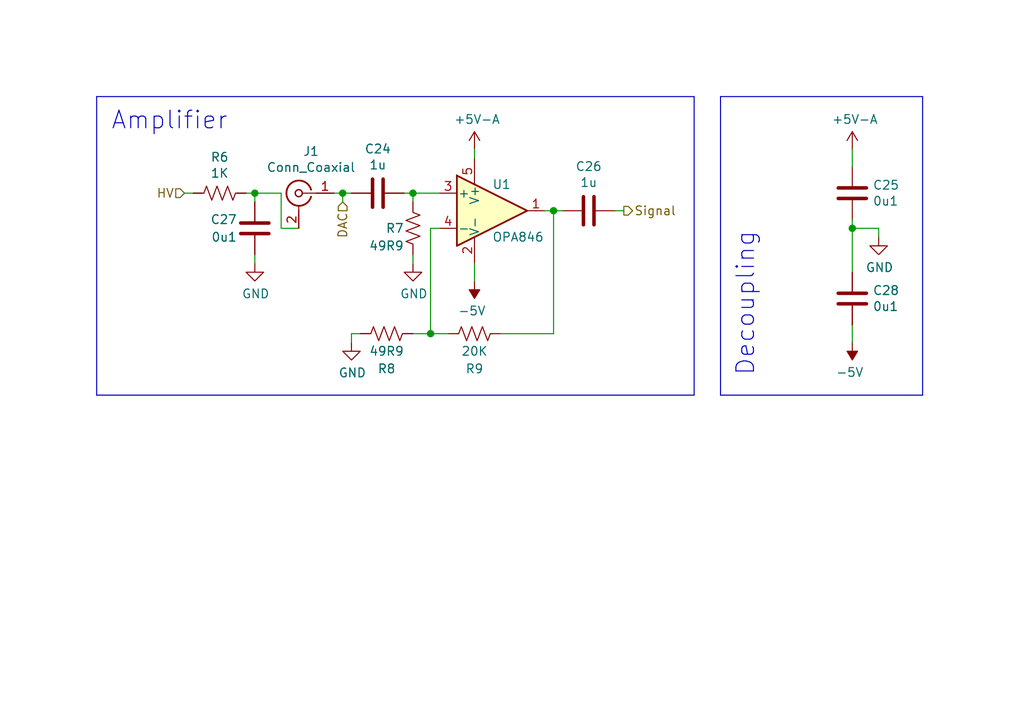
<source format=kicad_sch>
(kicad_sch
	(version 20231120)
	(generator "eeschema")
	(generator_version "8.0")
	(uuid "82f625df-8571-47cd-b2d4-9197b752ca1c")
	(paper "User" 148.006 105.004)
	(title_block
		(title "Amplifier-Subsection")
		(rev "1.2")
		(company "Georgia State University")
		(comment 1 "Sawaiz")
		(comment 2 "Nuclear Physics Group")
	)
	(lib_symbols
		(symbol "OPA84X:OPA846"
			(pin_names
				(offset 0.127)
			)
			(exclude_from_sim no)
			(in_bom yes)
			(on_board yes)
			(property "Reference" "U"
				(at 5.08 3.81 0)
				(effects
					(font
						(size 1.27 1.27)
					)
				)
			)
			(property "Value" "OPA846"
				(at 7.62 -3.81 0)
				(effects
					(font
						(size 1.27 1.27)
					)
				)
			)
			(property "Footprint" "OPA84X:SOT-23-5"
				(at 3.81 -6.35 0)
				(effects
					(font
						(size 1.27 1.27)
					)
					(justify left)
					(hide yes)
				)
			)
			(property "Datasheet" "${KIPRJMOD}/components/OPA84X/OPA846.pdf"
				(at 3.81 -8.89 0)
				(effects
					(font
						(size 1.27 1.27)
					)
					(justify left)
					(hide yes)
				)
			)
			(property "Description" ""
				(at 0 0 0)
				(effects
					(font
						(size 1.27 1.27)
					)
					(hide yes)
				)
			)
			(property "ki_fp_filters" "SOT-23-5"
				(at 0 0 0)
				(effects
					(font
						(size 1.27 1.27)
					)
					(hide yes)
				)
			)
			(symbol "OPA846_1_1"
				(polyline
					(pts
						(xy -2.54 5.08) (xy 7.62 0) (xy -2.54 -5.08) (xy -2.54 5.08)
					)
					(stroke
						(width 0.254)
						(type default)
					)
					(fill
						(type background)
					)
				)
				(pin output line
					(at 10.16 0 180)
					(length 2.54)
					(name "~"
						(effects
							(font
								(size 1.27 1.27)
							)
						)
					)
					(number "1"
						(effects
							(font
								(size 1.27 1.27)
							)
						)
					)
				)
				(pin power_in line
					(at 0 -7.62 90)
					(length 3.81)
					(name "V-"
						(effects
							(font
								(size 1.27 1.27)
							)
						)
					)
					(number "2"
						(effects
							(font
								(size 1.27 1.27)
							)
						)
					)
				)
				(pin input line
					(at -5.08 2.54 0)
					(length 2.54)
					(name "+"
						(effects
							(font
								(size 1.27 1.27)
							)
						)
					)
					(number "3"
						(effects
							(font
								(size 1.27 1.27)
							)
						)
					)
				)
				(pin input line
					(at -5.08 -2.54 0)
					(length 2.54)
					(name "-"
						(effects
							(font
								(size 1.27 1.27)
							)
						)
					)
					(number "4"
						(effects
							(font
								(size 1.27 1.27)
							)
						)
					)
				)
				(pin power_in line
					(at 0 7.62 270)
					(length 3.81)
					(name "V+"
						(effects
							(font
								(size 1.27 1.27)
							)
						)
					)
					(number "5"
						(effects
							(font
								(size 1.27 1.27)
							)
						)
					)
				)
			)
		)
		(symbol "U.FL:U.FL"
			(pin_names hide)
			(exclude_from_sim no)
			(in_bom yes)
			(on_board yes)
			(property "Reference" "J"
				(at 2.286 1.016 0)
				(effects
					(font
						(size 1.27 1.27)
					)
					(justify left)
				)
			)
			(property "Value" "U.FL"
				(at 2.286 -1.016 0)
				(effects
					(font
						(size 1.27 1.27)
					)
					(justify left)
				)
			)
			(property "Footprint" "U.FL:U.FL"
				(at 0 6.35 0)
				(effects
					(font
						(size 1.27 1.27)
					)
					(hide yes)
				)
			)
			(property "Datasheet" "${KIPRJMOD}/components/U.FL/U.FL.pdf"
				(at 0 3.81 0)
				(effects
					(font
						(size 1.27 1.27)
					)
					(hide yes)
				)
			)
			(property "Description" ""
				(at 0 0 0)
				(effects
					(font
						(size 1.27 1.27)
					)
					(hide yes)
				)
			)
			(symbol "U.FL_0_1"
				(arc
					(start -1.778 -0.508)
					(mid 0.2311 -1.8066)
					(end 1.778 0)
					(stroke
						(width 0.254)
						(type default)
					)
					(fill
						(type none)
					)
				)
				(polyline
					(pts
						(xy -2.54 0) (xy -0.508 0)
					)
					(stroke
						(width 0)
						(type default)
					)
					(fill
						(type none)
					)
				)
				(polyline
					(pts
						(xy 0 -2.54) (xy 0 -1.778)
					)
					(stroke
						(width 0)
						(type default)
					)
					(fill
						(type none)
					)
				)
				(circle
					(center 0 0)
					(radius 0.508)
					(stroke
						(width 0.2032)
						(type default)
					)
					(fill
						(type none)
					)
				)
				(arc
					(start 1.778 0)
					(mid 0.2099 1.8101)
					(end -1.778 0.508)
					(stroke
						(width 0.254)
						(type default)
					)
					(fill
						(type none)
					)
				)
			)
			(symbol "U.FL_1_1"
				(pin passive line
					(at -5.08 0 0)
					(length 2.54)
					(name "In"
						(effects
							(font
								(size 1.27 1.27)
							)
						)
					)
					(number "1"
						(effects
							(font
								(size 1.27 1.27)
							)
						)
					)
				)
				(pin passive line
					(at 0 -5.08 90)
					(length 2.54)
					(name "Ext"
						(effects
							(font
								(size 1.27 1.27)
							)
						)
					)
					(number "2"
						(effects
							(font
								(size 1.27 1.27)
							)
						)
					)
				)
			)
		)
		(symbol "mppcInterface-rescue:GND-power"
			(power)
			(pin_names
				(offset 0)
			)
			(exclude_from_sim no)
			(in_bom yes)
			(on_board yes)
			(property "Reference" "#PWR"
				(at 0 -6.35 0)
				(effects
					(font
						(size 1.27 1.27)
					)
					(hide yes)
				)
			)
			(property "Value" "GND-power"
				(at 0 -3.81 0)
				(effects
					(font
						(size 1.27 1.27)
					)
				)
			)
			(property "Footprint" ""
				(at 0 0 0)
				(effects
					(font
						(size 1.27 1.27)
					)
					(hide yes)
				)
			)
			(property "Datasheet" ""
				(at 0 0 0)
				(effects
					(font
						(size 1.27 1.27)
					)
					(hide yes)
				)
			)
			(property "Description" ""
				(at 0 0 0)
				(effects
					(font
						(size 1.27 1.27)
					)
					(hide yes)
				)
			)
			(symbol "GND-power_0_1"
				(polyline
					(pts
						(xy 0 0) (xy 0 -1.27) (xy 1.27 -1.27) (xy 0 -2.54) (xy -1.27 -1.27) (xy 0 -1.27)
					)
					(stroke
						(width 0)
						(type default)
					)
					(fill
						(type none)
					)
				)
			)
			(symbol "GND-power_1_1"
				(pin power_in line
					(at 0 0 270)
					(length 0) hide
					(name "GND"
						(effects
							(font
								(size 1.27 1.27)
							)
						)
					)
					(number "1"
						(effects
							(font
								(size 1.27 1.27)
							)
						)
					)
				)
			)
		)
		(symbol "nets:+5V-A"
			(power)
			(pin_names
				(offset 0)
			)
			(exclude_from_sim no)
			(in_bom yes)
			(on_board yes)
			(property "Reference" "#PWR"
				(at 0 -3.81 0)
				(effects
					(font
						(size 1.27 1.27)
					)
					(hide yes)
				)
			)
			(property "Value" "+5V-A"
				(at 0 3.556 0)
				(effects
					(font
						(size 1.27 1.27)
					)
				)
			)
			(property "Footprint" ""
				(at 0 0 0)
				(effects
					(font
						(size 1.27 1.27)
					)
					(hide yes)
				)
			)
			(property "Datasheet" ""
				(at 0 0 0)
				(effects
					(font
						(size 1.27 1.27)
					)
					(hide yes)
				)
			)
			(property "Description" ""
				(at 0 0 0)
				(effects
					(font
						(size 1.27 1.27)
					)
					(hide yes)
				)
			)
			(symbol "+5V-A_0_1"
				(polyline
					(pts
						(xy -0.762 1.27) (xy 0 2.54)
					)
					(stroke
						(width 0)
						(type default)
					)
					(fill
						(type none)
					)
				)
				(polyline
					(pts
						(xy 0 0) (xy 0 2.54)
					)
					(stroke
						(width 0)
						(type default)
					)
					(fill
						(type none)
					)
				)
				(polyline
					(pts
						(xy 0 2.54) (xy 0.762 1.27)
					)
					(stroke
						(width 0)
						(type default)
					)
					(fill
						(type none)
					)
				)
			)
			(symbol "+5V-A_1_1"
				(pin power_in line
					(at 0 0 90)
					(length 0) hide
					(name "+5V-A"
						(effects
							(font
								(size 1.27 1.27)
							)
						)
					)
					(number "1"
						(effects
							(font
								(size 1.27 1.27)
							)
						)
					)
				)
			)
		)
		(symbol "nets:+5V-A_1"
			(power)
			(pin_names
				(offset 0)
			)
			(exclude_from_sim no)
			(in_bom yes)
			(on_board yes)
			(property "Reference" "#PWR"
				(at 0 -3.81 0)
				(effects
					(font
						(size 1.27 1.27)
					)
					(hide yes)
				)
			)
			(property "Value" "+5V-A"
				(at 0 3.556 0)
				(effects
					(font
						(size 1.27 1.27)
					)
				)
			)
			(property "Footprint" ""
				(at 0 0 0)
				(effects
					(font
						(size 1.27 1.27)
					)
					(hide yes)
				)
			)
			(property "Datasheet" ""
				(at 0 0 0)
				(effects
					(font
						(size 1.27 1.27)
					)
					(hide yes)
				)
			)
			(property "Description" ""
				(at 0 0 0)
				(effects
					(font
						(size 1.27 1.27)
					)
					(hide yes)
				)
			)
			(symbol "+5V-A_1_0_1"
				(polyline
					(pts
						(xy -0.762 1.27) (xy 0 2.54)
					)
					(stroke
						(width 0)
						(type default)
					)
					(fill
						(type none)
					)
				)
				(polyline
					(pts
						(xy 0 0) (xy 0 2.54)
					)
					(stroke
						(width 0)
						(type default)
					)
					(fill
						(type none)
					)
				)
				(polyline
					(pts
						(xy 0 2.54) (xy 0.762 1.27)
					)
					(stroke
						(width 0)
						(type default)
					)
					(fill
						(type none)
					)
				)
			)
			(symbol "+5V-A_1_1_1"
				(pin power_in line
					(at 0 0 90)
					(length 0) hide
					(name "+5V-A"
						(effects
							(font
								(size 1.27 1.27)
							)
						)
					)
					(number "1"
						(effects
							(font
								(size 1.27 1.27)
							)
						)
					)
				)
			)
		)
		(symbol "nets:-5V"
			(power)
			(pin_names
				(offset 0)
			)
			(exclude_from_sim no)
			(in_bom yes)
			(on_board yes)
			(property "Reference" "#PWR"
				(at 0 2.54 0)
				(effects
					(font
						(size 1.27 1.27)
					)
					(hide yes)
				)
			)
			(property "Value" "-5V"
				(at 0 3.81 0)
				(effects
					(font
						(size 1.27 1.27)
					)
				)
			)
			(property "Footprint" ""
				(at 0 0 0)
				(effects
					(font
						(size 1.27 1.27)
					)
					(hide yes)
				)
			)
			(property "Datasheet" ""
				(at 0 0 0)
				(effects
					(font
						(size 1.27 1.27)
					)
					(hide yes)
				)
			)
			(property "Description" ""
				(at 0 0 0)
				(effects
					(font
						(size 1.27 1.27)
					)
					(hide yes)
				)
			)
			(symbol "-5V_0_0"
				(pin power_in line
					(at 0 0 90)
					(length 0) hide
					(name "-5V"
						(effects
							(font
								(size 1.27 1.27)
							)
						)
					)
					(number "1"
						(effects
							(font
								(size 1.27 1.27)
							)
						)
					)
				)
			)
			(symbol "-5V_0_1"
				(polyline
					(pts
						(xy 0 0) (xy 0 1.27) (xy 0.762 1.27) (xy 0 2.54) (xy -0.762 1.27) (xy 0 1.27)
					)
					(stroke
						(width 0)
						(type default)
					)
					(fill
						(type outline)
					)
				)
			)
		)
		(symbol "nets:GND"
			(power)
			(pin_names
				(offset 0)
			)
			(exclude_from_sim no)
			(in_bom yes)
			(on_board yes)
			(property "Reference" "#PWR"
				(at 0 -6.35 0)
				(effects
					(font
						(size 1.27 1.27)
					)
					(hide yes)
				)
			)
			(property "Value" "GND"
				(at 0 -3.81 0)
				(effects
					(font
						(size 1.27 1.27)
					)
				)
			)
			(property "Footprint" ""
				(at 0 0 0)
				(effects
					(font
						(size 1.27 1.27)
					)
					(hide yes)
				)
			)
			(property "Datasheet" ""
				(at 0 0 0)
				(effects
					(font
						(size 1.27 1.27)
					)
					(hide yes)
				)
			)
			(property "Description" ""
				(at 0 0 0)
				(effects
					(font
						(size 1.27 1.27)
					)
					(hide yes)
				)
			)
			(symbol "GND_0_1"
				(polyline
					(pts
						(xy 0 0) (xy 0 -1.27) (xy 1.27 -1.27) (xy 0 -2.54) (xy -1.27 -1.27) (xy 0 -1.27)
					)
					(stroke
						(width 0)
						(type default)
					)
					(fill
						(type none)
					)
				)
			)
			(symbol "GND_1_1"
				(pin power_in line
					(at 0 0 270)
					(length 0) hide
					(name "GND"
						(effects
							(font
								(size 1.27 1.27)
							)
						)
					)
					(number "1"
						(effects
							(font
								(size 1.27 1.27)
							)
						)
					)
				)
			)
		)
		(symbol "passives:C-0402"
			(pin_numbers hide)
			(pin_names
				(offset 0.254)
			)
			(exclude_from_sim no)
			(in_bom yes)
			(on_board yes)
			(property "Reference" "C"
				(at 0.635 2.54 0)
				(effects
					(font
						(size 1.27 1.27)
					)
					(justify left)
				)
			)
			(property "Value" "C-0402"
				(at 0.635 -2.54 0)
				(effects
					(font
						(size 1.27 1.27)
					)
					(justify left)
				)
			)
			(property "Footprint" "passives:C-0402"
				(at -3.81 0 90)
				(effects
					(font
						(size 1.27 1.27)
					)
					(hide yes)
				)
			)
			(property "Datasheet" "~"
				(at 0 0 0)
				(effects
					(font
						(size 1.27 1.27)
					)
					(hide yes)
				)
			)
			(property "Description" "Unpolarized capacitor"
				(at 0 0 0)
				(effects
					(font
						(size 1.27 1.27)
					)
					(hide yes)
				)
			)
			(property "ki_keywords" "cap capacitor"
				(at 0 0 0)
				(effects
					(font
						(size 1.27 1.27)
					)
					(hide yes)
				)
			)
			(property "ki_fp_filters" "C_*"
				(at 0 0 0)
				(effects
					(font
						(size 1.27 1.27)
					)
					(hide yes)
				)
			)
			(symbol "C-0402_0_1"
				(polyline
					(pts
						(xy -2.032 -0.762) (xy 2.032 -0.762)
					)
					(stroke
						(width 0.508)
						(type default)
					)
					(fill
						(type none)
					)
				)
				(polyline
					(pts
						(xy -2.032 0.762) (xy 2.032 0.762)
					)
					(stroke
						(width 0.508)
						(type default)
					)
					(fill
						(type none)
					)
				)
			)
			(symbol "C-0402_1_1"
				(pin passive line
					(at 0 3.81 270)
					(length 2.794)
					(name "~"
						(effects
							(font
								(size 1.27 1.27)
							)
						)
					)
					(number "1"
						(effects
							(font
								(size 1.27 1.27)
							)
						)
					)
				)
				(pin passive line
					(at 0 -3.81 90)
					(length 2.794)
					(name "~"
						(effects
							(font
								(size 1.27 1.27)
							)
						)
					)
					(number "2"
						(effects
							(font
								(size 1.27 1.27)
							)
						)
					)
				)
			)
		)
		(symbol "passives:R-0402"
			(pin_numbers hide)
			(pin_names
				(offset 0)
			)
			(exclude_from_sim no)
			(in_bom yes)
			(on_board yes)
			(property "Reference" "R"
				(at 2.54 0 90)
				(effects
					(font
						(size 1.27 1.27)
					)
				)
			)
			(property "Value" "R-0402"
				(at -2.54 0 90)
				(effects
					(font
						(size 1.27 1.27)
					)
				)
			)
			(property "Footprint" "passives:R-0402"
				(at -5.08 0 90)
				(effects
					(font
						(size 1.27 1.27)
					)
					(hide yes)
				)
			)
			(property "Datasheet" "~"
				(at 0 0 0)
				(effects
					(font
						(size 1.27 1.27)
					)
					(hide yes)
				)
			)
			(property "Description" "Resistor, US symbol"
				(at 0 0 0)
				(effects
					(font
						(size 1.27 1.27)
					)
					(hide yes)
				)
			)
			(property "ki_keywords" "R res resistor"
				(at 0 0 0)
				(effects
					(font
						(size 1.27 1.27)
					)
					(hide yes)
				)
			)
			(symbol "R-0402_0_1"
				(polyline
					(pts
						(xy 0 -2.286) (xy 0 -2.54)
					)
					(stroke
						(width 0)
						(type default)
					)
					(fill
						(type none)
					)
				)
				(polyline
					(pts
						(xy 0 2.286) (xy 0 2.54)
					)
					(stroke
						(width 0)
						(type default)
					)
					(fill
						(type none)
					)
				)
				(polyline
					(pts
						(xy 0 -0.762) (xy 1.016 -1.143) (xy 0 -1.524) (xy -1.016 -1.905) (xy 0 -2.286)
					)
					(stroke
						(width 0)
						(type default)
					)
					(fill
						(type none)
					)
				)
				(polyline
					(pts
						(xy 0 0.762) (xy 1.016 0.381) (xy 0 0) (xy -1.016 -0.381) (xy 0 -0.762)
					)
					(stroke
						(width 0)
						(type default)
					)
					(fill
						(type none)
					)
				)
				(polyline
					(pts
						(xy 0 2.286) (xy 1.016 1.905) (xy 0 1.524) (xy -1.016 1.143) (xy 0 0.762)
					)
					(stroke
						(width 0)
						(type default)
					)
					(fill
						(type none)
					)
				)
			)
			(symbol "R-0402_1_1"
				(pin passive line
					(at 0 3.81 270)
					(length 1.27)
					(name "~"
						(effects
							(font
								(size 1.27 1.27)
							)
						)
					)
					(number "1"
						(effects
							(font
								(size 1.27 1.27)
							)
						)
					)
				)
				(pin passive line
					(at 0 -3.81 90)
					(length 1.27)
					(name "~"
						(effects
							(font
								(size 1.27 1.27)
							)
						)
					)
					(number "2"
						(effects
							(font
								(size 1.27 1.27)
							)
						)
					)
				)
			)
		)
	)
	(junction
		(at 59.69 27.94)
		(diameter 0)
		(color 0 0 0 0)
		(uuid "066bf226-ae80-412f-a428-6808cb210f49")
	)
	(junction
		(at 123.19 33.02)
		(diameter 0)
		(color 0 0 0 0)
		(uuid "40746e86-0399-4417-bb33-10807336e7f8")
	)
	(junction
		(at 62.23 48.26)
		(diameter 0)
		(color 0 0 0 0)
		(uuid "6a488de9-ef5f-49c9-a59c-2d2f121e4911")
	)
	(junction
		(at 36.83 27.94)
		(diameter 0)
		(color 0 0 0 0)
		(uuid "6f5173a5-75fa-477f-90e2-92006a0fe897")
	)
	(junction
		(at 49.53 27.94)
		(diameter 0)
		(color 0 0 0 0)
		(uuid "acb3f49f-1a20-46d8-9dfa-d109dc06f70a")
	)
	(junction
		(at 80.01 30.48)
		(diameter 0)
		(color 0 0 0 0)
		(uuid "f5135547-7337-4d17-a406-6295cbe04697")
	)
	(wire
		(pts
			(xy 59.69 38.1) (xy 59.69 36.83)
		)
		(stroke
			(width 0)
			(type solid)
		)
		(uuid "03915067-3bf6-4d40-9349-ec724d403d7f")
	)
	(wire
		(pts
			(xy 68.58 22.86) (xy 68.58 21.59)
		)
		(stroke
			(width 0)
			(type solid)
		)
		(uuid "0bbfce60-e9be-4c5d-9ba5-1eb1bbd0080b")
	)
	(wire
		(pts
			(xy 127 34.29) (xy 127 33.02)
		)
		(stroke
			(width 0)
			(type solid)
		)
		(uuid "1f5a0c7a-fb3d-42c8-ad1c-c607403e2f0e")
	)
	(wire
		(pts
			(xy 59.69 27.94) (xy 63.5 27.94)
		)
		(stroke
			(width 0)
			(type solid)
		)
		(uuid "23248fb5-9e3b-4252-9afe-033a340a9956")
	)
	(wire
		(pts
			(xy 59.69 27.94) (xy 58.42 27.94)
		)
		(stroke
			(width 0)
			(type solid)
		)
		(uuid "2347ad14-acf5-448e-a772-df3ef6617d91")
	)
	(wire
		(pts
			(xy 127 33.02) (xy 123.19 33.02)
		)
		(stroke
			(width 0)
			(type solid)
		)
		(uuid "288403ad-aa77-4c91-8723-f2e4a834e4f8")
	)
	(wire
		(pts
			(xy 50.8 49.53) (xy 50.8 48.26)
		)
		(stroke
			(width 0)
			(type solid)
		)
		(uuid "32729b73-aaca-4579-9875-1b04153ce227")
	)
	(wire
		(pts
			(xy 123.19 33.02) (xy 123.19 31.75)
		)
		(stroke
			(width 0)
			(type solid)
		)
		(uuid "463462d8-dfce-411a-ae5c-a7a46863507b")
	)
	(polyline
		(pts
			(xy 133.35 57.15) (xy 104.14 57.15)
		)
		(stroke
			(width 0)
			(type solid)
		)
		(uuid "56fa1bd5-2622-4ffc-9ad8-fa2959c15d4b")
	)
	(wire
		(pts
			(xy 36.83 29.21) (xy 36.83 27.94)
		)
		(stroke
			(width 0)
			(type solid)
		)
		(uuid "58cab247-6644-4690-9ece-d3aa8bba7a35")
	)
	(wire
		(pts
			(xy 50.8 48.26) (xy 52.07 48.26)
		)
		(stroke
			(width 0)
			(type solid)
		)
		(uuid "63c0fc69-be7c-4e6f-990d-f4dc2b46eb82")
	)
	(polyline
		(pts
			(xy 100.33 57.15) (xy 100.33 13.97)
		)
		(stroke
			(width 0)
			(type solid)
		)
		(uuid "63f76dde-3409-49f9-9e86-ffe5016e8105")
	)
	(wire
		(pts
			(xy 80.01 30.48) (xy 78.74 30.48)
		)
		(stroke
			(width 0)
			(type solid)
		)
		(uuid "64d1630a-1a31-492c-909e-e6b8f6049bab")
	)
	(wire
		(pts
			(xy 40.64 33.02) (xy 40.64 27.94)
		)
		(stroke
			(width 0)
			(type solid)
		)
		(uuid "6a9dbd39-cda4-4798-bed1-d1b53da8596f")
	)
	(polyline
		(pts
			(xy 100.33 13.97) (xy 13.97 13.97)
		)
		(stroke
			(width 0)
			(type solid)
		)
		(uuid "77550e84-91ba-450d-9b25-459a9eea0d44")
	)
	(wire
		(pts
			(xy 80.01 48.26) (xy 80.01 30.48)
		)
		(stroke
			(width 0)
			(type solid)
		)
		(uuid "78159293-2781-47f7-9698-5c159ac2455f")
	)
	(wire
		(pts
			(xy 68.58 38.1) (xy 68.58 40.64)
		)
		(stroke
			(width 0)
			(type solid)
		)
		(uuid "7a188c9a-847d-4a76-8ba6-17648693a21d")
	)
	(polyline
		(pts
			(xy 133.35 13.97) (xy 133.35 57.15)
		)
		(stroke
			(width 0)
			(type solid)
		)
		(uuid "7a44133e-819c-4183-900d-d1312e4405eb")
	)
	(wire
		(pts
			(xy 81.28 30.48) (xy 80.01 30.48)
		)
		(stroke
			(width 0)
			(type solid)
		)
		(uuid "7cafd149-0c17-4517-977c-05c2b6ca85b0")
	)
	(polyline
		(pts
			(xy 13.97 13.97) (xy 13.97 57.15)
		)
		(stroke
			(width 0)
			(type solid)
		)
		(uuid "885e9332-607d-42d0-af33-65a873e1c72a")
	)
	(wire
		(pts
			(xy 59.69 29.21) (xy 59.69 27.94)
		)
		(stroke
			(width 0)
			(type solid)
		)
		(uuid "8ca86083-251e-4088-bcb1-e17140246986")
	)
	(wire
		(pts
			(xy 123.19 33.02) (xy 123.19 39.37)
		)
		(stroke
			(width 0)
			(type solid)
		)
		(uuid "9843e672-1209-4c42-a689-99bd0c7760ea")
	)
	(wire
		(pts
			(xy 123.19 46.99) (xy 123.19 49.53)
		)
		(stroke
			(width 0)
			(type solid)
		)
		(uuid "9ba2c5a5-1eb1-46f7-87b5-5eacba39549f")
	)
	(wire
		(pts
			(xy 49.53 27.94) (xy 50.8 27.94)
		)
		(stroke
			(width 0)
			(type solid)
		)
		(uuid "a145f945-8c42-4984-9e42-2628a17468ed")
	)
	(wire
		(pts
			(xy 59.69 48.26) (xy 62.23 48.26)
		)
		(stroke
			(width 0)
			(type solid)
		)
		(uuid "a2daf0c9-0225-44f3-93ae-85aed49e3884")
	)
	(wire
		(pts
			(xy 36.83 38.1) (xy 36.83 36.83)
		)
		(stroke
			(width 0)
			(type solid)
		)
		(uuid "a7a5b82f-cc8d-4966-bb4b-2ae7b586649e")
	)
	(wire
		(pts
			(xy 88.9 30.48) (xy 90.17 30.48)
		)
		(stroke
			(width 0)
			(type solid)
		)
		(uuid "ad9829b4-1de1-45ce-a8fa-65f70e380b61")
	)
	(wire
		(pts
			(xy 36.83 27.94) (xy 35.56 27.94)
		)
		(stroke
			(width 0)
			(type solid)
		)
		(uuid "b6c0b626-58a8-4b0d-a07a-573be84953fc")
	)
	(polyline
		(pts
			(xy 104.14 57.15) (xy 104.14 13.97)
		)
		(stroke
			(width 0)
			(type solid)
		)
		(uuid "ba2dc12b-4e37-44be-a862-4b7b78cde853")
	)
	(wire
		(pts
			(xy 40.64 27.94) (xy 36.83 27.94)
		)
		(stroke
			(width 0)
			(type solid)
		)
		(uuid "bdaf9940-19ad-449a-93b7-0c3b28fa0561")
	)
	(wire
		(pts
			(xy 49.53 27.94) (xy 48.26 27.94)
		)
		(stroke
			(width 0)
			(type solid)
		)
		(uuid "bddda7e2-5053-40dd-920f-b589712084ad")
	)
	(polyline
		(pts
			(xy 104.14 13.97) (xy 133.35 13.97)
		)
		(stroke
			(width 0)
			(type solid)
		)
		(uuid "ce346757-c6c6-4594-8d48-e16fdb3a068a")
	)
	(wire
		(pts
			(xy 40.64 33.02) (xy 43.18 33.02)
		)
		(stroke
			(width 0)
			(type solid)
		)
		(uuid "d517068a-3eda-400b-9330-665578d39920")
	)
	(wire
		(pts
			(xy 62.23 48.26) (xy 62.23 33.02)
		)
		(stroke
			(width 0)
			(type solid)
		)
		(uuid "d926e8f9-da11-4cbf-857e-244fc67cb499")
	)
	(polyline
		(pts
			(xy 13.97 57.15) (xy 100.33 57.15)
		)
		(stroke
			(width 0)
			(type solid)
		)
		(uuid "dc0a78b3-3244-4a44-8050-e7d97bc4503d")
	)
	(wire
		(pts
			(xy 123.19 21.59) (xy 123.19 24.13)
		)
		(stroke
			(width 0)
			(type solid)
		)
		(uuid "e17cf270-65b1-45b8-994f-f6c7b6f59a57")
	)
	(wire
		(pts
			(xy 63.5 33.02) (xy 62.23 33.02)
		)
		(stroke
			(width 0)
			(type solid)
		)
		(uuid "e9e26c6a-7a05-46f3-937f-ba2e828098da")
	)
	(wire
		(pts
			(xy 62.23 48.26) (xy 64.77 48.26)
		)
		(stroke
			(width 0)
			(type solid)
		)
		(uuid "f4492433-8375-45e7-adea-2315226f1f34")
	)
	(wire
		(pts
			(xy 27.94 27.94) (xy 26.67 27.94)
		)
		(stroke
			(width 0)
			(type solid)
		)
		(uuid "f5c14437-322c-4435-8e4a-aaa49ca55a5a")
	)
	(wire
		(pts
			(xy 49.53 29.21) (xy 49.53 27.94)
		)
		(stroke
			(width 0)
			(type solid)
		)
		(uuid "fb0b0fe3-59bf-48d1-9feb-614b6a400833")
	)
	(wire
		(pts
			(xy 72.39 48.26) (xy 80.01 48.26)
		)
		(stroke
			(width 0)
			(type solid)
		)
		(uuid "fea43653-82b6-4ae5-bb6d-06bb5a99855f")
	)
	(text "Amplifier"
		(exclude_from_sim no)
		(at 33.02 19.05 0)
		(effects
			(font
				(size 2.54 2.54)
			)
			(justify right bottom)
		)
		(uuid "91650a67-fe34-4e82-b9a3-5dcaf131074c")
	)
	(text "Decoupling"
		(exclude_from_sim no)
		(at 109.22 54.61 90)
		(effects
			(font
				(size 2.54 2.54)
			)
			(justify left bottom)
		)
		(uuid "f5b7095e-1e7f-42cc-b031-3f9cd56c9d1a")
	)
	(hierarchical_label "HV"
		(shape input)
		(at 26.67 27.94 180)
		(fields_autoplaced yes)
		(effects
			(font
				(size 1.27 1.27)
			)
			(justify right)
		)
		(uuid "90afe3a8-a7f7-4f2a-85a3-481ab6ec2121")
	)
	(hierarchical_label "DAC"
		(shape input)
		(at 49.53 29.21 270)
		(fields_autoplaced yes)
		(effects
			(font
				(size 1.27 1.27)
			)
			(justify right)
		)
		(uuid "9a0fbe97-e1a6-4567-bc53-87c7c6706b13")
	)
	(hierarchical_label "Signal"
		(shape output)
		(at 90.17 30.48 0)
		(fields_autoplaced yes)
		(effects
			(font
				(size 1.27 1.27)
			)
			(justify left)
		)
		(uuid "e249172d-4f62-4f1a-a9b3-646afa38f23d")
	)
	(symbol
		(lib_id "OPA84X:OPA846")
		(at 68.58 30.48 0)
		(unit 1)
		(exclude_from_sim no)
		(in_bom yes)
		(on_board yes)
		(dnp no)
		(uuid "00000000-0000-0000-0000-00005c221c17")
		(property "Reference" "U1"
			(at 71.12 26.67 0)
			(effects
				(font
					(size 1.27 1.27)
				)
				(justify left)
			)
		)
		(property "Value" "OPA846"
			(at 71.12 34.29 0)
			(effects
				(font
					(size 1.27 1.27)
				)
				(justify left)
			)
		)
		(property "Footprint" "OPA84X:SOT-23-5"
			(at 68.58 30.48 0)
			(effects
				(font
					(size 1.27 1.27)
				)
				(hide yes)
			)
		)
		(property "Datasheet" "${KIPRJMOD}/components/OPA84X/OPA846.pdf"
			(at 68.58 30.48 0)
			(effects
				(font
					(size 1.27 1.27)
				)
				(hide yes)
			)
		)
		(property "Description" ""
			(at 68.58 30.48 0)
			(effects
				(font
					(size 1.27 1.27)
				)
				(hide yes)
			)
		)
		(pin "1"
			(uuid "516e75a9-24d1-415a-b341-1d0576657d16")
		)
		(pin "3"
			(uuid "2e64e58b-3921-460e-9ffb-7809b74abe26")
		)
		(pin "5"
			(uuid "e21b08f7-9023-40cf-b83e-4ff1da1a6ac1")
		)
		(pin "2"
			(uuid "45b5070f-b528-4f51-9db9-28409e322837")
		)
		(pin "4"
			(uuid "0e61e17e-0e8c-4c93-b7f9-143a2636ac91")
		)
		(instances
			(project ""
				(path "/ee869bed-494f-4ca2-99b2-e02371f674b9/00000000-0000-0000-0000-00005c221bcc"
					(reference "U1")
					(unit 1)
				)
				(path "/ee869bed-494f-4ca2-99b2-e02371f674b9/00000000-0000-0000-0000-00005c227394"
					(reference "U2")
					(unit 1)
				)
				(path "/ee869bed-494f-4ca2-99b2-e02371f674b9/00000000-0000-0000-0000-00005c2273e8"
					(reference "U3")
					(unit 1)
				)
				(path "/ee869bed-494f-4ca2-99b2-e02371f674b9/00000000-0000-0000-0000-00005c2274f3"
					(reference "U4")
					(unit 1)
				)
				(path "/ee869bed-494f-4ca2-99b2-e02371f674b9/00000000-0000-0000-0000-00005c2275f2"
					(reference "U5")
					(unit 1)
				)
				(path "/ee869bed-494f-4ca2-99b2-e02371f674b9/00000000-0000-0000-0000-00005c2275f7"
					(reference "U6")
					(unit 1)
				)
				(path "/ee869bed-494f-4ca2-99b2-e02371f674b9/00000000-0000-0000-0000-00005c2275fc"
					(reference "U7")
					(unit 1)
				)
				(path "/ee869bed-494f-4ca2-99b2-e02371f674b9/00000000-0000-0000-0000-00005c227601"
					(reference "U8")
					(unit 1)
				)
			)
		)
	)
	(symbol
		(lib_id "passives:R-0402")
		(at 68.58 48.26 270)
		(unit 1)
		(exclude_from_sim no)
		(in_bom yes)
		(on_board yes)
		(dnp no)
		(uuid "00000000-0000-0000-0000-00005c221e33")
		(property "Reference" "R9"
			(at 68.58 53.34 90)
			(effects
				(font
					(size 1.27 1.27)
				)
			)
		)
		(property "Value" "20K"
			(at 68.58 50.8 90)
			(effects
				(font
					(size 1.27 1.27)
				)
			)
		)
		(property "Footprint" "passives:R-0402"
			(at 68.326 49.276 90)
			(effects
				(font
					(size 1.27 1.27)
				)
				(hide yes)
			)
		)
		(property "Datasheet" "~"
			(at 68.58 48.26 0)
			(effects
				(font
					(size 1.27 1.27)
				)
				(hide yes)
			)
		)
		(property "Description" ""
			(at 68.58 48.26 0)
			(effects
				(font
					(size 1.27 1.27)
				)
				(hide yes)
			)
		)
		(pin "1"
			(uuid "7e5ecb3d-101e-4ef8-b76d-95de0a65a1a7")
		)
		(pin "2"
			(uuid "1af22f7e-fc2c-49f4-a43b-354ed95fa3d1")
		)
		(instances
			(project ""
				(path "/ee869bed-494f-4ca2-99b2-e02371f674b9/00000000-0000-0000-0000-00005c221bcc"
					(reference "R9")
					(unit 1)
				)
				(path "/ee869bed-494f-4ca2-99b2-e02371f674b9/00000000-0000-0000-0000-00005c227394"
					(reference "R13")
					(unit 1)
				)
				(path "/ee869bed-494f-4ca2-99b2-e02371f674b9/00000000-0000-0000-0000-00005c2273e8"
					(reference "R17")
					(unit 1)
				)
				(path "/ee869bed-494f-4ca2-99b2-e02371f674b9/00000000-0000-0000-0000-00005c2274f3"
					(reference "R21")
					(unit 1)
				)
				(path "/ee869bed-494f-4ca2-99b2-e02371f674b9/00000000-0000-0000-0000-00005c2275f2"
					(reference "R25")
					(unit 1)
				)
				(path "/ee869bed-494f-4ca2-99b2-e02371f674b9/00000000-0000-0000-0000-00005c2275f7"
					(reference "R29")
					(unit 1)
				)
				(path "/ee869bed-494f-4ca2-99b2-e02371f674b9/00000000-0000-0000-0000-00005c2275fc"
					(reference "R33")
					(unit 1)
				)
				(path "/ee869bed-494f-4ca2-99b2-e02371f674b9/00000000-0000-0000-0000-00005c227601"
					(reference "R37")
					(unit 1)
				)
			)
		)
	)
	(symbol
		(lib_id "passives:R-0402")
		(at 55.88 48.26 90)
		(unit 1)
		(exclude_from_sim no)
		(in_bom yes)
		(on_board yes)
		(dnp no)
		(uuid "00000000-0000-0000-0000-00005c221f1e")
		(property "Reference" "R8"
			(at 55.88 53.34 90)
			(effects
				(font
					(size 1.27 1.27)
				)
			)
		)
		(property "Value" "49R9"
			(at 55.88 50.8 90)
			(effects
				(font
					(size 1.27 1.27)
				)
			)
		)
		(property "Footprint" "passives:R-0402"
			(at 56.134 47.244 90)
			(effects
				(font
					(size 1.27 1.27)
				)
				(hide yes)
			)
		)
		(property "Datasheet" "~"
			(at 55.88 48.26 0)
			(effects
				(font
					(size 1.27 1.27)
				)
				(hide yes)
			)
		)
		(property "Description" ""
			(at 55.88 48.26 0)
			(effects
				(font
					(size 1.27 1.27)
				)
				(hide yes)
			)
		)
		(pin "1"
			(uuid "9538765a-d888-40c9-9d97-d7951b542389")
		)
		(pin "2"
			(uuid "b4a8014a-3230-40d1-8887-28f9ffba48a5")
		)
		(instances
			(project ""
				(path "/ee869bed-494f-4ca2-99b2-e02371f674b9/00000000-0000-0000-0000-00005c221bcc"
					(reference "R8")
					(unit 1)
				)
				(path "/ee869bed-494f-4ca2-99b2-e02371f674b9/00000000-0000-0000-0000-00005c227394"
					(reference "R12")
					(unit 1)
				)
				(path "/ee869bed-494f-4ca2-99b2-e02371f674b9/00000000-0000-0000-0000-00005c2273e8"
					(reference "R16")
					(unit 1)
				)
				(path "/ee869bed-494f-4ca2-99b2-e02371f674b9/00000000-0000-0000-0000-00005c2274f3"
					(reference "R20")
					(unit 1)
				)
				(path "/ee869bed-494f-4ca2-99b2-e02371f674b9/00000000-0000-0000-0000-00005c2275f2"
					(reference "R24")
					(unit 1)
				)
				(path "/ee869bed-494f-4ca2-99b2-e02371f674b9/00000000-0000-0000-0000-00005c2275f7"
					(reference "R28")
					(unit 1)
				)
				(path "/ee869bed-494f-4ca2-99b2-e02371f674b9/00000000-0000-0000-0000-00005c2275fc"
					(reference "R32")
					(unit 1)
				)
				(path "/ee869bed-494f-4ca2-99b2-e02371f674b9/00000000-0000-0000-0000-00005c227601"
					(reference "R36")
					(unit 1)
				)
			)
		)
	)
	(symbol
		(lib_id "nets:GND")
		(at 50.8 49.53 0)
		(unit 1)
		(exclude_from_sim no)
		(in_bom yes)
		(on_board yes)
		(dnp no)
		(uuid "00000000-0000-0000-0000-00005c221f9e")
		(property "Reference" "#PWR055"
			(at 50.8 55.88 0)
			(effects
				(font
					(size 1.27 1.27)
				)
				(hide yes)
			)
		)
		(property "Value" "GND"
			(at 50.927 53.9242 0)
			(effects
				(font
					(size 1.27 1.27)
				)
			)
		)
		(property "Footprint" ""
			(at 50.8 49.53 0)
			(effects
				(font
					(size 1.27 1.27)
				)
				(hide yes)
			)
		)
		(property "Datasheet" ""
			(at 50.8 49.53 0)
			(effects
				(font
					(size 1.27 1.27)
				)
				(hide yes)
			)
		)
		(property "Description" ""
			(at 50.8 49.53 0)
			(effects
				(font
					(size 1.27 1.27)
				)
				(hide yes)
			)
		)
		(pin "1"
			(uuid "acbf45da-b4e7-4e2d-9e99-11a98cc38615")
		)
		(instances
			(project ""
				(path "/ee869bed-494f-4ca2-99b2-e02371f674b9/00000000-0000-0000-0000-00005c221bcc"
					(reference "#PWR055")
					(unit 1)
				)
				(path "/ee869bed-494f-4ca2-99b2-e02371f674b9/00000000-0000-0000-0000-00005c227394"
					(reference "#PWR063")
					(unit 1)
				)
				(path "/ee869bed-494f-4ca2-99b2-e02371f674b9/00000000-0000-0000-0000-00005c2273e8"
					(reference "#PWR071")
					(unit 1)
				)
				(path "/ee869bed-494f-4ca2-99b2-e02371f674b9/00000000-0000-0000-0000-00005c2274f3"
					(reference "#PWR079")
					(unit 1)
				)
				(path "/ee869bed-494f-4ca2-99b2-e02371f674b9/00000000-0000-0000-0000-00005c2275f2"
					(reference "#PWR087")
					(unit 1)
				)
				(path "/ee869bed-494f-4ca2-99b2-e02371f674b9/00000000-0000-0000-0000-00005c2275f7"
					(reference "#PWR095")
					(unit 1)
				)
				(path "/ee869bed-494f-4ca2-99b2-e02371f674b9/00000000-0000-0000-0000-00005c2275fc"
					(reference "#PWR0103")
					(unit 1)
				)
				(path "/ee869bed-494f-4ca2-99b2-e02371f674b9/00000000-0000-0000-0000-00005c227601"
					(reference "#PWR0111")
					(unit 1)
				)
			)
		)
	)
	(symbol
		(lib_id "nets:GND")
		(at 59.69 38.1 0)
		(unit 1)
		(exclude_from_sim no)
		(in_bom yes)
		(on_board yes)
		(dnp no)
		(uuid "00000000-0000-0000-0000-00005c222395")
		(property "Reference" "#PWR053"
			(at 59.69 44.45 0)
			(effects
				(font
					(size 1.27 1.27)
				)
				(hide yes)
			)
		)
		(property "Value" "GND"
			(at 59.817 42.4942 0)
			(effects
				(font
					(size 1.27 1.27)
				)
			)
		)
		(property "Footprint" ""
			(at 59.69 38.1 0)
			(effects
				(font
					(size 1.27 1.27)
				)
				(hide yes)
			)
		)
		(property "Datasheet" ""
			(at 59.69 38.1 0)
			(effects
				(font
					(size 1.27 1.27)
				)
				(hide yes)
			)
		)
		(property "Description" ""
			(at 59.69 38.1 0)
			(effects
				(font
					(size 1.27 1.27)
				)
				(hide yes)
			)
		)
		(pin "1"
			(uuid "2b44c1ff-6fa3-47c2-b613-701436bc1db6")
		)
		(instances
			(project ""
				(path "/ee869bed-494f-4ca2-99b2-e02371f674b9/00000000-0000-0000-0000-00005c221bcc"
					(reference "#PWR053")
					(unit 1)
				)
				(path "/ee869bed-494f-4ca2-99b2-e02371f674b9/00000000-0000-0000-0000-00005c227394"
					(reference "#PWR061")
					(unit 1)
				)
				(path "/ee869bed-494f-4ca2-99b2-e02371f674b9/00000000-0000-0000-0000-00005c2273e8"
					(reference "#PWR069")
					(unit 1)
				)
				(path "/ee869bed-494f-4ca2-99b2-e02371f674b9/00000000-0000-0000-0000-00005c2274f3"
					(reference "#PWR077")
					(unit 1)
				)
				(path "/ee869bed-494f-4ca2-99b2-e02371f674b9/00000000-0000-0000-0000-00005c2275f2"
					(reference "#PWR085")
					(unit 1)
				)
				(path "/ee869bed-494f-4ca2-99b2-e02371f674b9/00000000-0000-0000-0000-00005c2275f7"
					(reference "#PWR093")
					(unit 1)
				)
				(path "/ee869bed-494f-4ca2-99b2-e02371f674b9/00000000-0000-0000-0000-00005c2275fc"
					(reference "#PWR0101")
					(unit 1)
				)
				(path "/ee869bed-494f-4ca2-99b2-e02371f674b9/00000000-0000-0000-0000-00005c227601"
					(reference "#PWR0109")
					(unit 1)
				)
			)
		)
	)
	(symbol
		(lib_id "passives:R-0402")
		(at 59.69 33.02 180)
		(unit 1)
		(exclude_from_sim no)
		(in_bom yes)
		(on_board yes)
		(dnp no)
		(uuid "00000000-0000-0000-0000-00005c2223cb")
		(property "Reference" "R7"
			(at 58.42 33.02 0)
			(effects
				(font
					(size 1.27 1.27)
				)
				(justify left)
			)
		)
		(property "Value" "49R9"
			(at 58.42 35.56 0)
			(effects
				(font
					(size 1.27 1.27)
				)
				(justify left)
			)
		)
		(property "Footprint" "passives:R-0402"
			(at 58.674 32.766 90)
			(effects
				(font
					(size 1.27 1.27)
				)
				(hide yes)
			)
		)
		(property "Datasheet" "~"
			(at 59.69 33.02 0)
			(effects
				(font
					(size 1.27 1.27)
				)
				(hide yes)
			)
		)
		(property "Description" ""
			(at 59.69 33.02 0)
			(effects
				(font
					(size 1.27 1.27)
				)
				(hide yes)
			)
		)
		(pin "2"
			(uuid "bd3aa657-4fe1-4409-aead-526d266d4d7c")
		)
		(pin "1"
			(uuid "0d199013-a6d8-44ed-9279-8b1c72a0e744")
		)
		(instances
			(project ""
				(path "/ee869bed-494f-4ca2-99b2-e02371f674b9/00000000-0000-0000-0000-00005c221bcc"
					(reference "R7")
					(unit 1)
				)
				(path "/ee869bed-494f-4ca2-99b2-e02371f674b9/00000000-0000-0000-0000-00005c227394"
					(reference "R11")
					(unit 1)
				)
				(path "/ee869bed-494f-4ca2-99b2-e02371f674b9/00000000-0000-0000-0000-00005c2273e8"
					(reference "R15")
					(unit 1)
				)
				(path "/ee869bed-494f-4ca2-99b2-e02371f674b9/00000000-0000-0000-0000-00005c2274f3"
					(reference "R19")
					(unit 1)
				)
				(path "/ee869bed-494f-4ca2-99b2-e02371f674b9/00000000-0000-0000-0000-00005c2275f2"
					(reference "R23")
					(unit 1)
				)
				(path "/ee869bed-494f-4ca2-99b2-e02371f674b9/00000000-0000-0000-0000-00005c2275f7"
					(reference "R27")
					(unit 1)
				)
				(path "/ee869bed-494f-4ca2-99b2-e02371f674b9/00000000-0000-0000-0000-00005c2275fc"
					(reference "R31")
					(unit 1)
				)
				(path "/ee869bed-494f-4ca2-99b2-e02371f674b9/00000000-0000-0000-0000-00005c227601"
					(reference "R35")
					(unit 1)
				)
			)
		)
	)
	(symbol
		(lib_id "U.FL:U.FL")
		(at 43.18 27.94 0)
		(mirror y)
		(unit 1)
		(exclude_from_sim no)
		(in_bom yes)
		(on_board yes)
		(dnp no)
		(uuid "00000000-0000-0000-0000-00005c223897")
		(property "Reference" "J1"
			(at 44.958 21.8948 0)
			(effects
				(font
					(size 1.27 1.27)
				)
			)
		)
		(property "Value" "Conn_Coaxial"
			(at 44.958 24.2062 0)
			(effects
				(font
					(size 1.27 1.27)
				)
			)
		)
		(property "Footprint" "U.FL:U.FL"
			(at 43.18 27.94 0)
			(effects
				(font
					(size 1.27 1.27)
				)
				(hide yes)
			)
		)
		(property "Datasheet" "${KIPRJMOD}/components/U.FL/U.FL.pdf"
			(at 43.18 27.94 0)
			(effects
				(font
					(size 1.27 1.27)
				)
				(hide yes)
			)
		)
		(property "Description" ""
			(at 43.18 27.94 0)
			(effects
				(font
					(size 1.27 1.27)
				)
				(hide yes)
			)
		)
		(pin "1"
			(uuid "c706133a-d38b-4f3f-9929-f05273dae793")
		)
		(pin "2"
			(uuid "a78ad58d-a18f-4f19-a760-34459d594eed")
		)
		(instances
			(project ""
				(path "/ee869bed-494f-4ca2-99b2-e02371f674b9/00000000-0000-0000-0000-00005c221bcc"
					(reference "J1")
					(unit 1)
				)
				(path "/ee869bed-494f-4ca2-99b2-e02371f674b9/00000000-0000-0000-0000-00005c227394"
					(reference "J2")
					(unit 1)
				)
				(path "/ee869bed-494f-4ca2-99b2-e02371f674b9/00000000-0000-0000-0000-00005c2273e8"
					(reference "J3")
					(unit 1)
				)
				(path "/ee869bed-494f-4ca2-99b2-e02371f674b9/00000000-0000-0000-0000-00005c2274f3"
					(reference "J4")
					(unit 1)
				)
				(path "/ee869bed-494f-4ca2-99b2-e02371f674b9/00000000-0000-0000-0000-00005c2275f2"
					(reference "J5")
					(unit 1)
				)
				(path "/ee869bed-494f-4ca2-99b2-e02371f674b9/00000000-0000-0000-0000-00005c2275f7"
					(reference "J6")
					(unit 1)
				)
				(path "/ee869bed-494f-4ca2-99b2-e02371f674b9/00000000-0000-0000-0000-00005c2275fc"
					(reference "J7")
					(unit 1)
				)
				(path "/ee869bed-494f-4ca2-99b2-e02371f674b9/00000000-0000-0000-0000-00005c227601"
					(reference "J8")
					(unit 1)
				)
			)
		)
	)
	(symbol
		(lib_id "passives:R-0402")
		(at 31.75 27.94 270)
		(unit 1)
		(exclude_from_sim no)
		(in_bom yes)
		(on_board yes)
		(dnp no)
		(uuid "00000000-0000-0000-0000-00005c224fda")
		(property "Reference" "R6"
			(at 31.75 22.733 90)
			(effects
				(font
					(size 1.27 1.27)
				)
			)
		)
		(property "Value" "1K"
			(at 31.75 25.0444 90)
			(effects
				(font
					(size 1.27 1.27)
				)
			)
		)
		(property "Footprint" "passives:R-0402"
			(at 31.496 28.956 90)
			(effects
				(font
					(size 1.27 1.27)
				)
				(hide yes)
			)
		)
		(property "Datasheet" "~"
			(at 31.75 27.94 0)
			(effects
				(font
					(size 1.27 1.27)
				)
				(hide yes)
			)
		)
		(property "Description" ""
			(at 31.75 27.94 0)
			(effects
				(font
					(size 1.27 1.27)
				)
				(hide yes)
			)
		)
		(pin "1"
			(uuid "98eeaa67-8fbc-47bf-b1b3-c8d74d1ac2f8")
		)
		(pin "2"
			(uuid "3545da75-d1f7-45b2-9cf5-1107c1b41a2a")
		)
		(instances
			(project ""
				(path "/ee869bed-494f-4ca2-99b2-e02371f674b9/00000000-0000-0000-0000-00005c221bcc"
					(reference "R6")
					(unit 1)
				)
				(path "/ee869bed-494f-4ca2-99b2-e02371f674b9/00000000-0000-0000-0000-00005c227394"
					(reference "R10")
					(unit 1)
				)
				(path "/ee869bed-494f-4ca2-99b2-e02371f674b9/00000000-0000-0000-0000-00005c2273e8"
					(reference "R14")
					(unit 1)
				)
				(path "/ee869bed-494f-4ca2-99b2-e02371f674b9/00000000-0000-0000-0000-00005c2274f3"
					(reference "R18")
					(unit 1)
				)
				(path "/ee869bed-494f-4ca2-99b2-e02371f674b9/00000000-0000-0000-0000-00005c2275f2"
					(reference "R22")
					(unit 1)
				)
				(path "/ee869bed-494f-4ca2-99b2-e02371f674b9/00000000-0000-0000-0000-00005c2275f7"
					(reference "R26")
					(unit 1)
				)
				(path "/ee869bed-494f-4ca2-99b2-e02371f674b9/00000000-0000-0000-0000-00005c2275fc"
					(reference "R30")
					(unit 1)
				)
				(path "/ee869bed-494f-4ca2-99b2-e02371f674b9/00000000-0000-0000-0000-00005c227601"
					(reference "R34")
					(unit 1)
				)
			)
		)
	)
	(symbol
		(lib_id "passives:C-0402")
		(at 36.83 33.02 0)
		(unit 1)
		(exclude_from_sim no)
		(in_bom yes)
		(on_board yes)
		(dnp no)
		(uuid "00000000-0000-0000-0000-00005c225702")
		(property "Reference" "C27"
			(at 34.29 31.75 0)
			(effects
				(font
					(size 1.27 1.27)
				)
				(justify right)
			)
		)
		(property "Value" "0u1"
			(at 34.29 34.29 0)
			(effects
				(font
					(size 1.27 1.27)
				)
				(justify right)
			)
		)
		(property "Footprint" "passives:C-0402"
			(at 37.7952 36.83 0)
			(effects
				(font
					(size 1.27 1.27)
				)
				(hide yes)
			)
		)
		(property "Datasheet" "~"
			(at 36.83 33.02 0)
			(effects
				(font
					(size 1.27 1.27)
				)
				(hide yes)
			)
		)
		(property "Description" ""
			(at 36.83 33.02 0)
			(effects
				(font
					(size 1.27 1.27)
				)
				(hide yes)
			)
		)
		(pin "1"
			(uuid "a89029fb-fbec-4814-8da6-0a330c74a121")
		)
		(pin "2"
			(uuid "98712b9d-f8d4-492b-8444-7dabeefa4d84")
		)
		(instances
			(project ""
				(path "/ee869bed-494f-4ca2-99b2-e02371f674b9/00000000-0000-0000-0000-00005c221bcc"
					(reference "C27")
					(unit 1)
				)
				(path "/ee869bed-494f-4ca2-99b2-e02371f674b9/00000000-0000-0000-0000-00005c227394"
					(reference "C32")
					(unit 1)
				)
				(path "/ee869bed-494f-4ca2-99b2-e02371f674b9/00000000-0000-0000-0000-00005c2273e8"
					(reference "C37")
					(unit 1)
				)
				(path "/ee869bed-494f-4ca2-99b2-e02371f674b9/00000000-0000-0000-0000-00005c2274f3"
					(reference "C42")
					(unit 1)
				)
				(path "/ee869bed-494f-4ca2-99b2-e02371f674b9/00000000-0000-0000-0000-00005c2275f2"
					(reference "C47")
					(unit 1)
				)
				(path "/ee869bed-494f-4ca2-99b2-e02371f674b9/00000000-0000-0000-0000-00005c2275f7"
					(reference "C52")
					(unit 1)
				)
				(path "/ee869bed-494f-4ca2-99b2-e02371f674b9/00000000-0000-0000-0000-00005c2275fc"
					(reference "C57")
					(unit 1)
				)
				(path "/ee869bed-494f-4ca2-99b2-e02371f674b9/00000000-0000-0000-0000-00005c227601"
					(reference "C62")
					(unit 1)
				)
			)
		)
	)
	(symbol
		(lib_id "mppcInterface-rescue:GND-power")
		(at 36.83 38.1 0)
		(unit 1)
		(exclude_from_sim no)
		(in_bom yes)
		(on_board yes)
		(dnp no)
		(uuid "00000000-0000-0000-0000-00005c225760")
		(property "Reference" "#PWR052"
			(at 36.83 44.45 0)
			(effects
				(font
					(size 1.27 1.27)
				)
				(hide yes)
			)
		)
		(property "Value" "GND"
			(at 36.957 42.4942 0)
			(effects
				(font
					(size 1.27 1.27)
				)
			)
		)
		(property "Footprint" ""
			(at 36.83 38.1 0)
			(effects
				(font
					(size 1.27 1.27)
				)
				(hide yes)
			)
		)
		(property "Datasheet" ""
			(at 36.83 38.1 0)
			(effects
				(font
					(size 1.27 1.27)
				)
				(hide yes)
			)
		)
		(property "Description" ""
			(at 36.83 38.1 0)
			(effects
				(font
					(size 1.27 1.27)
				)
				(hide yes)
			)
		)
		(pin "1"
			(uuid "1bddd123-4983-4d63-8345-6eab108d7bce")
		)
		(instances
			(project ""
				(path "/ee869bed-494f-4ca2-99b2-e02371f674b9/00000000-0000-0000-0000-00005c221bcc"
					(reference "#PWR052")
					(unit 1)
				)
				(path "/ee869bed-494f-4ca2-99b2-e02371f674b9/00000000-0000-0000-0000-00005c227394"
					(reference "#PWR060")
					(unit 1)
				)
				(path "/ee869bed-494f-4ca2-99b2-e02371f674b9/00000000-0000-0000-0000-00005c2273e8"
					(reference "#PWR068")
					(unit 1)
				)
				(path "/ee869bed-494f-4ca2-99b2-e02371f674b9/00000000-0000-0000-0000-00005c2274f3"
					(reference "#PWR076")
					(unit 1)
				)
				(path "/ee869bed-494f-4ca2-99b2-e02371f674b9/00000000-0000-0000-0000-00005c2275f2"
					(reference "#PWR084")
					(unit 1)
				)
				(path "/ee869bed-494f-4ca2-99b2-e02371f674b9/00000000-0000-0000-0000-00005c2275f7"
					(reference "#PWR092")
					(unit 1)
				)
				(path "/ee869bed-494f-4ca2-99b2-e02371f674b9/00000000-0000-0000-0000-00005c2275fc"
					(reference "#PWR0100")
					(unit 1)
				)
				(path "/ee869bed-494f-4ca2-99b2-e02371f674b9/00000000-0000-0000-0000-00005c227601"
					(reference "#PWR0108")
					(unit 1)
				)
			)
		)
	)
	(symbol
		(lib_id "passives:C-0402")
		(at 54.61 27.94 270)
		(unit 1)
		(exclude_from_sim no)
		(in_bom yes)
		(on_board yes)
		(dnp no)
		(uuid "00000000-0000-0000-0000-00005c2261df")
		(property "Reference" "C24"
			(at 54.61 21.5392 90)
			(effects
				(font
					(size 1.27 1.27)
				)
			)
		)
		(property "Value" "1u"
			(at 54.61 23.8506 90)
			(effects
				(font
					(size 1.27 1.27)
				)
			)
		)
		(property "Footprint" "passives:C-0402"
			(at 50.8 28.9052 0)
			(effects
				(font
					(size 1.27 1.27)
				)
				(hide yes)
			)
		)
		(property "Datasheet" "~"
			(at 54.61 27.94 0)
			(effects
				(font
					(size 1.27 1.27)
				)
				(hide yes)
			)
		)
		(property "Description" ""
			(at 54.61 27.94 0)
			(effects
				(font
					(size 1.27 1.27)
				)
				(hide yes)
			)
		)
		(pin "1"
			(uuid "86413e23-7860-4940-b7d8-529ef97f5db8")
		)
		(pin "2"
			(uuid "977cb685-5a69-4468-beac-fc1288158465")
		)
		(instances
			(project ""
				(path "/ee869bed-494f-4ca2-99b2-e02371f674b9/00000000-0000-0000-0000-00005c221bcc"
					(reference "C24")
					(unit 1)
				)
				(path "/ee869bed-494f-4ca2-99b2-e02371f674b9/00000000-0000-0000-0000-00005c227394"
					(reference "C29")
					(unit 1)
				)
				(path "/ee869bed-494f-4ca2-99b2-e02371f674b9/00000000-0000-0000-0000-00005c2273e8"
					(reference "C34")
					(unit 1)
				)
				(path "/ee869bed-494f-4ca2-99b2-e02371f674b9/00000000-0000-0000-0000-00005c2274f3"
					(reference "C39")
					(unit 1)
				)
				(path "/ee869bed-494f-4ca2-99b2-e02371f674b9/00000000-0000-0000-0000-00005c2275f2"
					(reference "C44")
					(unit 1)
				)
				(path "/ee869bed-494f-4ca2-99b2-e02371f674b9/00000000-0000-0000-0000-00005c2275f7"
					(reference "C49")
					(unit 1)
				)
				(path "/ee869bed-494f-4ca2-99b2-e02371f674b9/00000000-0000-0000-0000-00005c2275fc"
					(reference "C54")
					(unit 1)
				)
				(path "/ee869bed-494f-4ca2-99b2-e02371f674b9/00000000-0000-0000-0000-00005c227601"
					(reference "C59")
					(unit 1)
				)
			)
		)
	)
	(symbol
		(lib_id "passives:C-0402")
		(at 123.19 27.94 0)
		(unit 1)
		(exclude_from_sim no)
		(in_bom yes)
		(on_board yes)
		(dnp no)
		(uuid "00000000-0000-0000-0000-00005d85479d")
		(property "Reference" "C25"
			(at 126.111 26.7716 0)
			(effects
				(font
					(size 1.27 1.27)
				)
				(justify left)
			)
		)
		(property "Value" "0u1"
			(at 126.111 29.083 0)
			(effects
				(font
					(size 1.27 1.27)
				)
				(justify left)
			)
		)
		(property "Footprint" "passives:C-0402"
			(at 124.1552 31.75 0)
			(effects
				(font
					(size 1.27 1.27)
				)
				(hide yes)
			)
		)
		(property "Datasheet" "~"
			(at 123.19 27.94 0)
			(effects
				(font
					(size 1.27 1.27)
				)
				(hide yes)
			)
		)
		(property "Description" ""
			(at 123.19 27.94 0)
			(effects
				(font
					(size 1.27 1.27)
				)
				(hide yes)
			)
		)
		(pin "1"
			(uuid "05b97435-9d95-427d-a33d-d4bf9c85359f")
		)
		(pin "2"
			(uuid "b2b11b5f-4527-4c14-b0d6-1aa267384441")
		)
		(instances
			(project ""
				(path "/ee869bed-494f-4ca2-99b2-e02371f674b9/00000000-0000-0000-0000-00005c221bcc"
					(reference "C25")
					(unit 1)
				)
				(path "/ee869bed-494f-4ca2-99b2-e02371f674b9/00000000-0000-0000-0000-00005c227394"
					(reference "C30")
					(unit 1)
				)
				(path "/ee869bed-494f-4ca2-99b2-e02371f674b9/00000000-0000-0000-0000-00005c2273e8"
					(reference "C35")
					(unit 1)
				)
				(path "/ee869bed-494f-4ca2-99b2-e02371f674b9/00000000-0000-0000-0000-00005c2274f3"
					(reference "C40")
					(unit 1)
				)
				(path "/ee869bed-494f-4ca2-99b2-e02371f674b9/00000000-0000-0000-0000-00005c2275f2"
					(reference "C45")
					(unit 1)
				)
				(path "/ee869bed-494f-4ca2-99b2-e02371f674b9/00000000-0000-0000-0000-00005c2275f7"
					(reference "C50")
					(unit 1)
				)
				(path "/ee869bed-494f-4ca2-99b2-e02371f674b9/00000000-0000-0000-0000-00005c2275fc"
					(reference "C55")
					(unit 1)
				)
				(path "/ee869bed-494f-4ca2-99b2-e02371f674b9/00000000-0000-0000-0000-00005c227601"
					(reference "C60")
					(unit 1)
				)
			)
		)
	)
	(symbol
		(lib_id "passives:C-0402")
		(at 85.09 30.48 270)
		(unit 1)
		(exclude_from_sim no)
		(in_bom yes)
		(on_board yes)
		(dnp no)
		(uuid "00000000-0000-0000-0000-00005d85554c")
		(property "Reference" "C26"
			(at 85.09 24.0792 90)
			(effects
				(font
					(size 1.27 1.27)
				)
			)
		)
		(property "Value" "1u"
			(at 85.09 26.3906 90)
			(effects
				(font
					(size 1.27 1.27)
				)
			)
		)
		(property "Footprint" "passives:C-0402"
			(at 81.28 31.4452 0)
			(effects
				(font
					(size 1.27 1.27)
				)
				(hide yes)
			)
		)
		(property "Datasheet" "~"
			(at 85.09 30.48 0)
			(effects
				(font
					(size 1.27 1.27)
				)
				(hide yes)
			)
		)
		(property "Description" ""
			(at 85.09 30.48 0)
			(effects
				(font
					(size 1.27 1.27)
				)
				(hide yes)
			)
		)
		(pin "2"
			(uuid "02f6d8ac-bbe7-45d1-82fc-f7e28b02c07e")
		)
		(pin "1"
			(uuid "5d26373b-a417-4631-b819-12d15b0c14f4")
		)
		(instances
			(project ""
				(path "/ee869bed-494f-4ca2-99b2-e02371f674b9/00000000-0000-0000-0000-00005c221bcc"
					(reference "C26")
					(unit 1)
				)
				(path "/ee869bed-494f-4ca2-99b2-e02371f674b9/00000000-0000-0000-0000-00005c227394"
					(reference "C31")
					(unit 1)
				)
				(path "/ee869bed-494f-4ca2-99b2-e02371f674b9/00000000-0000-0000-0000-00005c2273e8"
					(reference "C36")
					(unit 1)
				)
				(path "/ee869bed-494f-4ca2-99b2-e02371f674b9/00000000-0000-0000-0000-00005c2274f3"
					(reference "C41")
					(unit 1)
				)
				(path "/ee869bed-494f-4ca2-99b2-e02371f674b9/00000000-0000-0000-0000-00005c2275f2"
					(reference "C46")
					(unit 1)
				)
				(path "/ee869bed-494f-4ca2-99b2-e02371f674b9/00000000-0000-0000-0000-00005c2275f7"
					(reference "C51")
					(unit 1)
				)
				(path "/ee869bed-494f-4ca2-99b2-e02371f674b9/00000000-0000-0000-0000-00005c2275fc"
					(reference "C56")
					(unit 1)
				)
				(path "/ee869bed-494f-4ca2-99b2-e02371f674b9/00000000-0000-0000-0000-00005c227601"
					(reference "C61")
					(unit 1)
				)
			)
		)
	)
	(symbol
		(lib_id "nets:GND")
		(at 127 34.29 0)
		(unit 1)
		(exclude_from_sim no)
		(in_bom yes)
		(on_board yes)
		(dnp no)
		(uuid "00000000-0000-0000-0000-00005d856631")
		(property "Reference" "#PWR051"
			(at 127 40.64 0)
			(effects
				(font
					(size 1.27 1.27)
				)
				(hide yes)
			)
		)
		(property "Value" "GND"
			(at 127.127 38.6842 0)
			(effects
				(font
					(size 1.27 1.27)
				)
			)
		)
		(property "Footprint" ""
			(at 127 34.29 0)
			(effects
				(font
					(size 1.27 1.27)
				)
				(hide yes)
			)
		)
		(property "Datasheet" ""
			(at 127 34.29 0)
			(effects
				(font
					(size 1.27 1.27)
				)
				(hide yes)
			)
		)
		(property "Description" ""
			(at 127 34.29 0)
			(effects
				(font
					(size 1.27 1.27)
				)
				(hide yes)
			)
		)
		(pin "1"
			(uuid "55c7b996-071e-4b9b-bcf3-8d10727c7a08")
		)
		(instances
			(project ""
				(path "/ee869bed-494f-4ca2-99b2-e02371f674b9/00000000-0000-0000-0000-00005c221bcc"
					(reference "#PWR051")
					(unit 1)
				)
				(path "/ee869bed-494f-4ca2-99b2-e02371f674b9/00000000-0000-0000-0000-00005c227394"
					(reference "#PWR059")
					(unit 1)
				)
				(path "/ee869bed-494f-4ca2-99b2-e02371f674b9/00000000-0000-0000-0000-00005c2273e8"
					(reference "#PWR067")
					(unit 1)
				)
				(path "/ee869bed-494f-4ca2-99b2-e02371f674b9/00000000-0000-0000-0000-00005c2274f3"
					(reference "#PWR075")
					(unit 1)
				)
				(path "/ee869bed-494f-4ca2-99b2-e02371f674b9/00000000-0000-0000-0000-00005c2275f2"
					(reference "#PWR083")
					(unit 1)
				)
				(path "/ee869bed-494f-4ca2-99b2-e02371f674b9/00000000-0000-0000-0000-00005c2275f7"
					(reference "#PWR091")
					(unit 1)
				)
				(path "/ee869bed-494f-4ca2-99b2-e02371f674b9/00000000-0000-0000-0000-00005c2275fc"
					(reference "#PWR099")
					(unit 1)
				)
				(path "/ee869bed-494f-4ca2-99b2-e02371f674b9/00000000-0000-0000-0000-00005c227601"
					(reference "#PWR0107")
					(unit 1)
				)
			)
		)
	)
	(symbol
		(lib_id "passives:C-0402")
		(at 123.19 43.18 0)
		(unit 1)
		(exclude_from_sim no)
		(in_bom yes)
		(on_board yes)
		(dnp no)
		(uuid "00000000-0000-0000-0000-00005d85daad")
		(property "Reference" "C28"
			(at 126.111 42.0116 0)
			(effects
				(font
					(size 1.27 1.27)
				)
				(justify left)
			)
		)
		(property "Value" "0u1"
			(at 126.111 44.323 0)
			(effects
				(font
					(size 1.27 1.27)
				)
				(justify left)
			)
		)
		(property "Footprint" "passives:C-0402"
			(at 124.1552 46.99 0)
			(effects
				(font
					(size 1.27 1.27)
				)
				(hide yes)
			)
		)
		(property "Datasheet" "~"
			(at 123.19 43.18 0)
			(effects
				(font
					(size 1.27 1.27)
				)
				(hide yes)
			)
		)
		(property "Description" ""
			(at 123.19 43.18 0)
			(effects
				(font
					(size 1.27 1.27)
				)
				(hide yes)
			)
		)
		(pin "2"
			(uuid "d5e29b8e-961f-4bb1-853b-35a4b0eac08a")
		)
		(pin "1"
			(uuid "2faa0514-34e6-4ae6-8fe4-63a70c656622")
		)
		(instances
			(project ""
				(path "/ee869bed-494f-4ca2-99b2-e02371f674b9/00000000-0000-0000-0000-00005c221bcc"
					(reference "C28")
					(unit 1)
				)
				(path "/ee869bed-494f-4ca2-99b2-e02371f674b9/00000000-0000-0000-0000-00005c227394"
					(reference "C33")
					(unit 1)
				)
				(path "/ee869bed-494f-4ca2-99b2-e02371f674b9/00000000-0000-0000-0000-00005c2273e8"
					(reference "C38")
					(unit 1)
				)
				(path "/ee869bed-494f-4ca2-99b2-e02371f674b9/00000000-0000-0000-0000-00005c2274f3"
					(reference "C43")
					(unit 1)
				)
				(path "/ee869bed-494f-4ca2-99b2-e02371f674b9/00000000-0000-0000-0000-00005c2275f2"
					(reference "C48")
					(unit 1)
				)
				(path "/ee869bed-494f-4ca2-99b2-e02371f674b9/00000000-0000-0000-0000-00005c2275f7"
					(reference "C53")
					(unit 1)
				)
				(path "/ee869bed-494f-4ca2-99b2-e02371f674b9/00000000-0000-0000-0000-00005c2275fc"
					(reference "C58")
					(unit 1)
				)
				(path "/ee869bed-494f-4ca2-99b2-e02371f674b9/00000000-0000-0000-0000-00005c227601"
					(reference "C63")
					(unit 1)
				)
			)
		)
	)
	(symbol
		(lib_id "nets:-5V")
		(at 123.19 49.53 180)
		(unit 1)
		(exclude_from_sim no)
		(in_bom yes)
		(on_board yes)
		(dnp no)
		(uuid "1aef3e9c-3f11-4546-a6b9-7b95ef002bd6")
		(property "Reference" "#PWR056"
			(at 123.19 52.07 0)
			(effects
				(font
					(size 1.27 1.27)
				)
				(hide yes)
			)
		)
		(property "Value" "-5V"
			(at 122.8217 53.8544 0)
			(effects
				(font
					(size 1.27 1.27)
				)
			)
		)
		(property "Footprint" ""
			(at 123.19 49.53 0)
			(effects
				(font
					(size 1.27 1.27)
				)
				(hide yes)
			)
		)
		(property "Datasheet" ""
			(at 123.19 49.53 0)
			(effects
				(font
					(size 1.27 1.27)
				)
				(hide yes)
			)
		)
		(property "Description" ""
			(at 123.19 49.53 0)
			(effects
				(font
					(size 1.27 1.27)
				)
				(hide yes)
			)
		)
		(pin "1"
			(uuid "d6d262d6-8b27-4b77-adbd-3022834bb0db")
		)
		(instances
			(project ""
				(path "/ee869bed-494f-4ca2-99b2-e02371f674b9/00000000-0000-0000-0000-00005c221bcc"
					(reference "#PWR056")
					(unit 1)
				)
				(path "/ee869bed-494f-4ca2-99b2-e02371f674b9/00000000-0000-0000-0000-00005c227394"
					(reference "#PWR064")
					(unit 1)
				)
				(path "/ee869bed-494f-4ca2-99b2-e02371f674b9/00000000-0000-0000-0000-00005c2273e8"
					(reference "#PWR072")
					(unit 1)
				)
				(path "/ee869bed-494f-4ca2-99b2-e02371f674b9/00000000-0000-0000-0000-00005c2274f3"
					(reference "#PWR080")
					(unit 1)
				)
				(path "/ee869bed-494f-4ca2-99b2-e02371f674b9/00000000-0000-0000-0000-00005c2275f2"
					(reference "#PWR088")
					(unit 1)
				)
				(path "/ee869bed-494f-4ca2-99b2-e02371f674b9/00000000-0000-0000-0000-00005c2275f7"
					(reference "#PWR096")
					(unit 1)
				)
				(path "/ee869bed-494f-4ca2-99b2-e02371f674b9/00000000-0000-0000-0000-00005c2275fc"
					(reference "#PWR0104")
					(unit 1)
				)
				(path "/ee869bed-494f-4ca2-99b2-e02371f674b9/00000000-0000-0000-0000-00005c227601"
					(reference "#PWR0112")
					(unit 1)
				)
			)
		)
	)
	(symbol
		(lib_id "nets:-5V")
		(at 68.58 40.64 180)
		(unit 1)
		(exclude_from_sim no)
		(in_bom yes)
		(on_board yes)
		(dnp no)
		(uuid "6a111021-e531-40f6-8762-43cbb804a79b")
		(property "Reference" "#PWR054"
			(at 68.58 43.18 0)
			(effects
				(font
					(size 1.27 1.27)
				)
				(hide yes)
			)
		)
		(property "Value" "-5V"
			(at 68.2117 44.9644 0)
			(effects
				(font
					(size 1.27 1.27)
				)
			)
		)
		(property "Footprint" ""
			(at 68.58 40.64 0)
			(effects
				(font
					(size 1.27 1.27)
				)
				(hide yes)
			)
		)
		(property "Datasheet" ""
			(at 68.58 40.64 0)
			(effects
				(font
					(size 1.27 1.27)
				)
				(hide yes)
			)
		)
		(property "Description" ""
			(at 68.58 40.64 0)
			(effects
				(font
					(size 1.27 1.27)
				)
				(hide yes)
			)
		)
		(pin "1"
			(uuid "a38d0b03-27fe-4d0c-a9d1-e8ca07dd30a7")
		)
		(instances
			(project ""
				(path "/ee869bed-494f-4ca2-99b2-e02371f674b9/00000000-0000-0000-0000-00005c221bcc"
					(reference "#PWR054")
					(unit 1)
				)
				(path "/ee869bed-494f-4ca2-99b2-e02371f674b9/00000000-0000-0000-0000-00005c227394"
					(reference "#PWR062")
					(unit 1)
				)
				(path "/ee869bed-494f-4ca2-99b2-e02371f674b9/00000000-0000-0000-0000-00005c2273e8"
					(reference "#PWR070")
					(unit 1)
				)
				(path "/ee869bed-494f-4ca2-99b2-e02371f674b9/00000000-0000-0000-0000-00005c2274f3"
					(reference "#PWR078")
					(unit 1)
				)
				(path "/ee869bed-494f-4ca2-99b2-e02371f674b9/00000000-0000-0000-0000-00005c2275f2"
					(reference "#PWR086")
					(unit 1)
				)
				(path "/ee869bed-494f-4ca2-99b2-e02371f674b9/00000000-0000-0000-0000-00005c2275f7"
					(reference "#PWR094")
					(unit 1)
				)
				(path "/ee869bed-494f-4ca2-99b2-e02371f674b9/00000000-0000-0000-0000-00005c2275fc"
					(reference "#PWR0102")
					(unit 1)
				)
				(path "/ee869bed-494f-4ca2-99b2-e02371f674b9/00000000-0000-0000-0000-00005c227601"
					(reference "#PWR0110")
					(unit 1)
				)
			)
		)
	)
	(symbol
		(lib_name "nets:+5V-A_1")
		(lib_id "nets:+5V-A")
		(at 68.58 21.59 0)
		(unit 1)
		(exclude_from_sim no)
		(in_bom yes)
		(on_board yes)
		(dnp no)
		(uuid "e9f01ded-6b9b-4e2b-9039-7b72c1e402fc")
		(property "Reference" "#PWR0123"
			(at 68.58 25.4 0)
			(effects
				(font
					(size 1.27 1.27)
				)
				(hide yes)
			)
		)
		(property "Value" "+5V-A"
			(at 68.9483 17.2656 0)
			(effects
				(font
					(size 1.27 1.27)
				)
			)
		)
		(property "Footprint" ""
			(at 68.58 21.59 0)
			(effects
				(font
					(size 1.27 1.27)
				)
				(hide yes)
			)
		)
		(property "Datasheet" ""
			(at 68.58 21.59 0)
			(effects
				(font
					(size 1.27 1.27)
				)
				(hide yes)
			)
		)
		(property "Description" ""
			(at 68.58 21.59 0)
			(effects
				(font
					(size 1.27 1.27)
				)
				(hide yes)
			)
		)
		(pin "1"
			(uuid "9baa906e-fcc0-47b2-8983-df9a2598960f")
		)
		(instances
			(project ""
				(path "/ee869bed-494f-4ca2-99b2-e02371f674b9/00000000-0000-0000-0000-00005c221bcc"
					(reference "#PWR0123")
					(unit 1)
				)
				(path "/ee869bed-494f-4ca2-99b2-e02371f674b9/00000000-0000-0000-0000-00005c227394"
					(reference "#PWR0125")
					(unit 1)
				)
				(path "/ee869bed-494f-4ca2-99b2-e02371f674b9/00000000-0000-0000-0000-00005c2273e8"
					(reference "#PWR0127")
					(unit 1)
				)
				(path "/ee869bed-494f-4ca2-99b2-e02371f674b9/00000000-0000-0000-0000-00005c2274f3"
					(reference "#PWR0129")
					(unit 1)
				)
				(path "/ee869bed-494f-4ca2-99b2-e02371f674b9/00000000-0000-0000-0000-00005c2275f2"
					(reference "#PWR0131")
					(unit 1)
				)
				(path "/ee869bed-494f-4ca2-99b2-e02371f674b9/00000000-0000-0000-0000-00005c2275f7"
					(reference "#PWR0133")
					(unit 1)
				)
				(path "/ee869bed-494f-4ca2-99b2-e02371f674b9/00000000-0000-0000-0000-00005c2275fc"
					(reference "#PWR0135")
					(unit 1)
				)
				(path "/ee869bed-494f-4ca2-99b2-e02371f674b9/00000000-0000-0000-0000-00005c227601"
					(reference "#PWR0137")
					(unit 1)
				)
			)
		)
	)
	(symbol
		(lib_id "nets:+5V-A")
		(at 123.19 21.59 0)
		(unit 1)
		(exclude_from_sim no)
		(in_bom yes)
		(on_board yes)
		(dnp no)
		(uuid "f90216e6-df36-4321-8770-9ed10eca661a")
		(property "Reference" "#PWR0124"
			(at 123.19 25.4 0)
			(effects
				(font
					(size 1.27 1.27)
				)
				(hide yes)
			)
		)
		(property "Value" "+5V-A"
			(at 123.5583 17.2656 0)
			(effects
				(font
					(size 1.27 1.27)
				)
			)
		)
		(property "Footprint" ""
			(at 123.19 21.59 0)
			(effects
				(font
					(size 1.27 1.27)
				)
				(hide yes)
			)
		)
		(property "Datasheet" ""
			(at 123.19 21.59 0)
			(effects
				(font
					(size 1.27 1.27)
				)
				(hide yes)
			)
		)
		(property "Description" ""
			(at 123.19 21.59 0)
			(effects
				(font
					(size 1.27 1.27)
				)
				(hide yes)
			)
		)
		(pin "1"
			(uuid "51ee4c42-b1ea-412b-8262-751613e673cd")
		)
		(instances
			(project ""
				(path "/ee869bed-494f-4ca2-99b2-e02371f674b9/00000000-0000-0000-0000-00005c221bcc"
					(reference "#PWR0124")
					(unit 1)
				)
				(path "/ee869bed-494f-4ca2-99b2-e02371f674b9/00000000-0000-0000-0000-00005c227394"
					(reference "#PWR0126")
					(unit 1)
				)
				(path "/ee869bed-494f-4ca2-99b2-e02371f674b9/00000000-0000-0000-0000-00005c2273e8"
					(reference "#PWR0128")
					(unit 1)
				)
				(path "/ee869bed-494f-4ca2-99b2-e02371f674b9/00000000-0000-0000-0000-00005c2274f3"
					(reference "#PWR0130")
					(unit 1)
				)
				(path "/ee869bed-494f-4ca2-99b2-e02371f674b9/00000000-0000-0000-0000-00005c2275f2"
					(reference "#PWR0132")
					(unit 1)
				)
				(path "/ee869bed-494f-4ca2-99b2-e02371f674b9/00000000-0000-0000-0000-00005c2275f7"
					(reference "#PWR0134")
					(unit 1)
				)
				(path "/ee869bed-494f-4ca2-99b2-e02371f674b9/00000000-0000-0000-0000-00005c2275fc"
					(reference "#PWR0136")
					(unit 1)
				)
				(path "/ee869bed-494f-4ca2-99b2-e02371f674b9/00000000-0000-0000-0000-00005c227601"
					(reference "#PWR0138")
					(unit 1)
				)
			)
		)
	)
)

</source>
